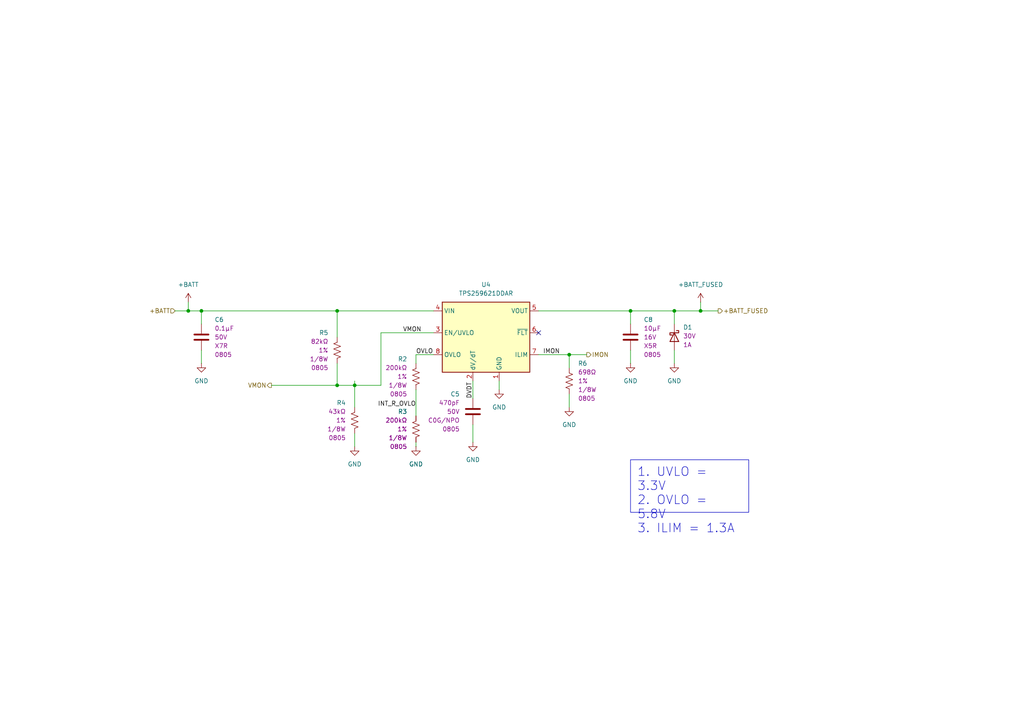
<source format=kicad_sch>
(kicad_sch (version 20231120) (generator "eeschema") (generator_version "8.0")
  (paper "A4")
  (lib_symbols
    (symbol "Capacitors_MLCC:CC0805JRNPO9BN471" (pin_numbers hide) (pin_names (offset 0.254) hide)
      (property "Reference" "C" (at 4.826 4.318 0))
      (property "Capacitance" "470pF" (at 4.826 2.286 0))
      (property "Rated Voltage" "50V" (at 4.826 0 0))
      (property "Temperature Coefficient" "C0G/NPO" (at 4.826 -2.032 0))
      (property "Package" "0805" (at 4.826 -4.064 0))
      (symbol "CC0805JRNPO9BN471_0_1"
        (polyline (pts (xy -2.032 -0.762) (xy 2.032 -0.762)) (stroke (width 0.508)))
        (polyline (pts (xy -2.032 0.762) (xy 2.032 0.762)) (stroke (width 0.508)))
      )
      (symbol "CC0805JRNPO9BN471_1_1"
        (pin passive line (at 0 3.81 270) (length 2.794) (name "~") (number "1"))
        (pin passive line (at 0 -3.81 90) (length 2.794) (name "~") (number "2"))
      )
    )
    (symbol "Capacitors_MLCC:CL21B104KBCNNNC" (pin_numbers hide) (pin_names (offset 0.254) hide)
      (property "Reference" "C" (at 4.826 4.318 0))
      (property "Capacitance" "0.1µF" (at 4.826 2.286 0))
      (property "Rated Voltage" "50V" (at 4.826 0 0))
      (property "Temperature Coefficient" "X7R" (at 4.826 -2.032 0))
      (property "Package" "0805" (at 4.826 -4.064 0))
      (symbol "CL21B104KBCNNNC_0_1"
        (polyline (pts (xy -2.032 -0.762) (xy 2.032 -0.762)) (stroke (width 0.508)))
        (polyline (pts (xy -2.032 0.762) (xy 2.032 0.762)) (stroke (width 0.508)))
      )
      (symbol "CL21B104KBCNNNC_1_1"
        (pin passive line (at 0 3.81 270) (length 2.794) (name "~") (number "1"))
        (pin passive line (at 0 -3.81 90) (length 2.794) (name "~") (number "2"))
      )
    )
    (symbol "Capacitors_MLCC:GRM21BR61C106KE15K" (pin_numbers hide) (pin_names (offset 0.254) hide)
      (property "Reference" "C" (at 4.826 4.318 0))
      (property "Capacitance" "10µF" (at 4.826 2.286 0))
      (property "Rated Voltage" "16V" (at 4.826 0 0))
      (property "Temperature Coefficient" "X5R" (at 4.826 -2.032 0))
      (property "Package" "0805" (at 4.826 -4.064 0))
      (symbol "GRM21BR61C106KE15K_0_1"
        (polyline (pts (xy -2.032 -0.762) (xy 2.032 -0.762)) (stroke (width 0.508)))
        (polyline (pts (xy -2.032 0.762) (xy 2.032 0.762)) (stroke (width 0.508)))
      )
      (symbol "GRM21BR61C106KE15K_1_1"
        (pin passive line (at 0 3.81 270) (length 2.794) (name "~") (number "1"))
        (pin passive line (at 0 -3.81 90) (length 2.794) (name "~") (number "2"))
      )
    )
    (symbol "Diode:MSS1P3L-M3/89A" (pin_numbers hide) (pin_names (offset 1.016) hide)
      (property "Reference" "D" (at 3.048 2.794 0))
      (property "Voltage - DC Reverse (Vr) (Max) " "30V" (at 2.286 0.762 0))
      (property "Current - Average Rectified (Io) " "1A" (at 2.286 -1.524 0))
      (symbol "MSS1P3L-M3/89A_0_1"
        (polyline (pts (xy 0 -1.27) (xy 0 1.27)))
        (polyline (pts (xy 1.27 -1.27) (xy -1.27 -1.27) (xy 0 1.27) (xy 1.27 -1.27)) (stroke (width 0.254)))
        (polyline (pts (xy 0.635 1.905) (xy 1.27 1.905) (xy 1.27 1.27) (xy -1.27 1.27) (xy -1.27 0.635) (xy -0.635 0.635)) (stroke (width 0.254)))
      )
      (symbol "MSS1P3L-M3/89A_1_1"
        (pin passive line (at 0 3.81 270) (length 2.54) (name "K") (number "1"))
        (pin passive line (at 0 -3.81 90) (length 2.54) (name "A") (number "2"))
      )
    )
    (symbol "Power_Management:TPS259621DDAR"
      (property "Reference" "U" (at -11.43 6.35 0))
      (property "Value" "TPS259621DDAR" (at -21.082 -14.224 0))
      (symbol "TPS259621DDAR_0_1"
        (rectangle (start -12.7 5.08) (end 12.7 -15.24) (stroke (width 0.254)) (fill (type background)))
      )
      (symbol "TPS259621DDAR_1_1"
        (pin power_in line (at 3.81 -17.78 90) (length 2.54) (name "GND") (number "1"))
        (pin output line (at -3.81 -17.78 90) (length 2.54) (name "dV/dT") (number "2"))
        (pin input line (at -15.24 -3.81 0) (length 2.54) (name "EN/UVLO") (number "3"))
        (pin power_in line (at -15.24 2.54 0) (length 2.54) (name "VIN") (number "4"))
        (pin power_out line (at 15.24 2.54 180) (length 2.54) (name "VOUT") (number "5"))
        (pin output line (at 15.24 -3.81 180) (length 2.54) (name "~{FLT}") (number "6"))
        (pin output line (at 15.24 -10.16 180) (length 2.54) (name "ILIM") (number "7"))
        (pin input line (at -15.24 -10.16 0) (length 2.54) (name "OVLO") (number "8"))
        (pin power_in line (at 3.81 -17.78 90) (length 2.54) hide (name "GND") (number "9"))
      )
    )
    (symbol "Resistors:RC0805FR-07200KL" (pin_numbers hide) (pin_names (offset 1.016) hide)
      (property "Reference" "R" (at 2.54 3.556 0))
      (property "Resistance" "200kΩ" (at 2.54 2.032 0))
      (property "Tolerance" "1%" (at 2.54 0 0))
      (property "Power" "1/8W" (at 2.54 -2.032 0))
      (property "Package" "0805" (at 2.54 -4.064 0))
      (symbol "RC0805FR-07200KL_0_1"
        (polyline (pts (xy 0 -2.286) (xy 0 -2.54)))
        (polyline (pts (xy 0 2.286) (xy 0 2.54)))
        (polyline (pts (xy 0 -0.762) (xy 1.016 -1.143) (xy 0 -1.524) (xy -1.016 -1.905) (xy 0 -2.286)))
        (polyline (pts (xy 0 0.762) (xy 1.016 0.381) (xy 0 0) (xy -1.016 -0.381) (xy 0 -0.762)))
        (polyline (pts (xy 0 2.286) (xy 1.016 1.905) (xy 0 1.524) (xy -1.016 1.143) (xy 0 0.762)))
      )
      (symbol "RC0805FR-07200KL_1_1"
        (pin passive line (at 0 3.81 270) (length 1.27) (name "~") (number "1"))
        (pin passive line (at 0 -3.81 90) (length 1.27) (name "~") (number "2"))
      )
    )
    (symbol "Resistors:RC0805FR-0743KL" (pin_numbers hide) (pin_names (offset 1.016) hide)
      (property "Reference" "R" (at 2.54 3.556 0))
      (property "Resistance" "43kΩ" (at 2.54 2.032 0))
      (property "Tolerance" "1%" (at 2.54 0 0))
      (property "Power" "1/8W" (at 2.54 -2.032 0))
      (property "Package" "0805" (at 2.54 -4.064 0))
      (symbol "RC0805FR-0743KL_0_1"
        (polyline (pts (xy 0 -2.286) (xy 0 -2.54)))
        (polyline (pts (xy 0 2.286) (xy 0 2.54)))
        (polyline (pts (xy 0 -0.762) (xy 1.016 -1.143) (xy 0 -1.524) (xy -1.016 -1.905) (xy 0 -2.286)))
        (polyline (pts (xy 0 0.762) (xy 1.016 0.381) (xy 0 0) (xy -1.016 -0.381) (xy 0 -0.762)))
        (polyline (pts (xy 0 2.286) (xy 1.016 1.905) (xy 0 1.524) (xy -1.016 1.143) (xy 0 0.762)))
      )
      (symbol "RC0805FR-0743KL_1_1"
        (pin passive line (at 0 3.81 270) (length 1.27) (name "~") (number "1"))
        (pin passive line (at 0 -3.81 90) (length 1.27) (name "~") (number "2"))
      )
    )
    (symbol "Resistors:RC0805FR-07698RL" (pin_numbers hide) (pin_names (offset 1.016) hide)
      (property "Reference" "R" (at 2.54 3.556 0))
      (property "Resistance" "698Ω" (at 2.54 2.032 0))
      (property "Tolerance" "1%" (at 2.54 0 0))
      (property "Power" "1/8W" (at 2.54 -2.032 0))
      (property "Package" "0805" (at 2.54 -4.064 0))
      (symbol "RC0805FR-07698RL_0_1"
        (polyline (pts (xy 0 -2.286) (xy 0 -2.54)))
        (polyline (pts (xy 0 2.286) (xy 0 2.54)))
        (polyline (pts (xy 0 -0.762) (xy 1.016 -1.143) (xy 0 -1.524) (xy -1.016 -1.905) (xy 0 -2.286)))
        (polyline (pts (xy 0 0.762) (xy 1.016 0.381) (xy 0 0) (xy -1.016 -0.381) (xy 0 -0.762)))
        (polyline (pts (xy 0 2.286) (xy 1.016 1.905) (xy 0 1.524) (xy -1.016 1.143) (xy 0 0.762)))
      )
      (symbol "RC0805FR-07698RL_1_1"
        (pin passive line (at 0 3.81 270) (length 1.27) (name "~") (number "1"))
        (pin passive line (at 0 -3.81 90) (length 1.27) (name "~") (number "2"))
      )
    )
    (symbol "Resistors:RC0805FR-0782KL" (pin_numbers hide) (pin_names (offset 1.016) hide)
      (property "Reference" "R" (at 2.54 3.556 0))
      (property "Resistance" "82kΩ" (at 2.54 2.032 0))
      (property "Tolerance" "1%" (at 2.54 0 0))
      (property "Power" "1/8W" (at 2.54 -2.032 0))
      (property "Package" "0805" (at 2.54 -4.064 0))
      (symbol "RC0805FR-0782KL_0_1"
        (polyline (pts (xy 0 -2.286) (xy 0 -2.54)))
        (polyline (pts (xy 0 2.286) (xy 0 2.54)))
        (polyline (pts (xy 0 -0.762) (xy 1.016 -1.143) (xy 0 -1.524) (xy -1.016 -1.905) (xy 0 -2.286)))
        (polyline (pts (xy 0 0.762) (xy 1.016 0.381) (xy 0 0) (xy -1.016 -0.381) (xy 0 -0.762)))
        (polyline (pts (xy 0 2.286) (xy 1.016 1.905) (xy 0 1.524) (xy -1.016 1.143) (xy 0 0.762)))
      )
      (symbol "RC0805FR-0782KL_1_1"
        (pin passive line (at 0 3.81 270) (length 1.27) (name "~") (number "1"))
        (pin passive line (at 0 -3.81 90) (length 1.27) (name "~") (number "2"))
      )
    )
    (symbol "power:+BATT" (power) (pin_numbers hide) (pin_names (offset 0) hide)
      (property "Value" "+BATT" (at 0 3.556 0))
      (symbol "+BATT_0_1"
        (polyline (pts (xy -0.762 1.27) (xy 0 2.54)))
        (polyline (pts (xy 0 0) (xy 0 2.54)))
        (polyline (pts (xy 0 2.54) (xy 0.762 1.27)))
      )
      (symbol "+BATT_1_1"
        (pin power_in line (at 0 0 90) (length 0) (name "~") (number "1"))
      )
    )
    (symbol "power:+BATT_FUSED" (power) (pin_numbers hide) (pin_names (offset 0) hide)
      (property "Value" "+BATT_FUSED" (at 0 3.556 0))
      (symbol "+BATT_FUSED_0_1"
        (polyline (pts (xy -0.762 1.27) (xy 0 2.54)))
        (polyline (pts (xy 0 0) (xy 0 2.54)))
        (polyline (pts (xy 0 2.54) (xy 0.762 1.27)))
      )
      (symbol "+BATT_FUSED_1_1"
        (pin power_in line (at 0 0 90) (length 0) (name "~") (number "1"))
      )
    )
    (symbol "power:GND" (power) (pin_numbers hide) (pin_names (offset 0) hide)
      (property "Value" "GND" (at 0 -3.81 0))
      (symbol "GND_0_1"
        (polyline (pts (xy 0 0) (xy 0 -1.27) (xy 1.27 -1.27) (xy 0 -2.54) (xy -1.27 -1.27) (xy 0 -1.27)))
      )
      (symbol "GND_1_1"
        (pin power_in line (at 0 0 270) (length 0) (name "~") (number "1"))
      )
    )
  )
  (junction (at 195.58 90.17))
  (junction (at 97.79 111.76))
  (junction (at 54.61 90.17))
  (junction (at 203.2 90.17))
  (junction (at 58.42 90.17))
  (junction (at 97.79 90.17))
  (junction (at 182.88 90.17))
  (junction (at 102.87 111.76))
  (junction (at 165.1 102.87))
  (no_connect (at 156.21 96.52))
  (wire (pts (xy 195.58 90.17) (xy 195.58 93.98)))
  (wire (pts (xy 195.58 105.41) (xy 195.58 101.6)))
  (wire (pts (xy 182.88 105.41) (xy 182.88 101.6)))
  (wire (pts (xy 120.65 113.03) (xy 120.65 120.65)))
  (wire (pts (xy 203.2 90.17) (xy 208.28 90.17)))
  (wire (pts (xy 97.79 105.41) (xy 97.79 111.76)))
  (wire (pts (xy 110.49 96.52) (xy 110.49 111.76)))
  (wire (pts (xy 137.16 110.49) (xy 137.16 115.57)))
  (wire (pts (xy 125.73 96.52) (xy 110.49 96.52)))
  (wire (pts (xy 120.65 102.87) (xy 125.73 102.87)))
  (wire (pts (xy 156.21 102.87) (xy 165.1 102.87)))
  (wire (pts (xy 165.1 114.3) (xy 165.1 118.11)))
  (wire (pts (xy 97.79 90.17) (xy 97.79 97.79)))
  (wire (pts (xy 102.87 111.76) (xy 110.49 111.76)))
  (wire (pts (xy 144.78 113.03) (xy 144.78 110.49)))
  (wire (pts (xy 97.79 90.17) (xy 125.73 90.17)))
  (wire (pts (xy 58.42 105.41) (xy 58.42 101.6)))
  (wire (pts (xy 58.42 90.17) (xy 97.79 90.17)))
  (wire (pts (xy 78.74 111.76) (xy 97.79 111.76)))
  (wire (pts (xy 97.79 111.76) (xy 102.87 111.76)))
  (wire (pts (xy 50.8 90.17) (xy 54.61 90.17)))
  (wire (pts (xy 58.42 90.17) (xy 58.42 93.98)))
  (wire (pts (xy 54.61 90.17) (xy 58.42 90.17)))
  (wire (pts (xy 137.16 123.19) (xy 137.16 128.27)))
  (wire (pts (xy 102.87 110.49) (xy 102.87 111.76)))
  (wire (pts (xy 102.87 125.73) (xy 102.87 129.54)))
  (wire (pts (xy 165.1 102.87) (xy 170.18 102.87)))
  (wire (pts (xy 165.1 102.87) (xy 165.1 106.68)))
  (wire (pts (xy 203.2 87.63) (xy 203.2 90.17)))
  (wire (pts (xy 156.21 90.17) (xy 182.88 90.17)))
  (wire (pts (xy 120.65 102.87) (xy 120.65 105.41)))
  (wire (pts (xy 182.88 93.98) (xy 182.88 90.17)))
  (wire (pts (xy 182.88 90.17) (xy 195.58 90.17)))
  (wire (pts (xy 54.61 87.63) (xy 54.61 90.17)))
  (wire (pts (xy 195.58 90.17) (xy 203.2 90.17)))
  (wire (pts (xy 120.65 128.27) (xy 120.65 129.54)))
  (wire (pts (xy 102.87 111.76) (xy 102.87 118.11)))
  (text_box "1. UVLO = 3.3V\n2. OVLO = 5.8V\n3. ILIM = 1.3A" (at 182.88 133.35 0) (size 34.29 15.24) (effects (font (size 2.54 2.54)) (justify left top)))
  (label "INT_R_OVLO" (at 120.65 118.11 180))
  (label "IMON" (at 157.48 102.87 0))
  (label "DVDT" (at 137.16 115.57 90))
  (label "OVLO" (at 120.65 102.87 0))
  (label "VMON" (at 116.84 96.52 0))
  (hierarchical_label "+BATT_FUSED" (shape output) (at 208.28 90.17 0))
  (hierarchical_label "IMON" (shape output) (at 170.18 102.87 0))
  (hierarchical_label "+BATT" (shape input) (at 50.8 90.17 180))
  (hierarchical_label "VMON" (shape output) (at 78.74 111.76 180))
  (symbol (lib_id "power:GND") (at 120.65 129.54 0) (unit 1)
    (property "Reference" "#PWR015" (effects (hide yes)))
    (property "Value" "GND" (at 120.65 134.62 0))
    (property "Description" "Power symbol creates a global label with name \"GND\" , ground" (effects (hide yes)))
  )
  (symbol (lib_id "Resistors:RC0805FR-07698RL") (at 165.1 110.49 0) (unit 1)
    (property "Reference" "R6" (at 167.64 105.4099 0) (effects (justify left)))
    (property "Value" "RC0805FR-07698RL" (effects (hide yes)))
    (property "Footprint" "Resistor_SMD:R_0805_2012Metric_Pad1.20x1.40mm_HandSolder" (effects (hide yes)))
    (property "Description" "RES 698 OHM 1% 1/8W 0805" (effects (hide yes)))
    (property "MANUFACTURER" "YAGEO" (effects (hide yes)))
    (property "Resistance" "698Ω" (at 167.64 107.9499 0) (effects (justify left)))
    (property "Tolerance" "1%" (at 167.64 110.4899 0) (effects (justify left)))
    (property "Power" "1/8W" (at 167.64 113.0299 0) (effects (justify left)))
    (property "Package" "0805" (at 167.64 115.5699 0) (effects (justify left)))
  )
  (symbol (lib_id "Power_Management:TPS259621DDAR") (at 140.97 92.71 0) (unit 1)
    (property "Reference" "U4" (at 140.97 82.55 0))
    (property "Value" "TPS259621DDAR" (at 140.97 85.09 0))
    (property "Footprint" "Package_SO:SOIC-8-TPS259631DDAR" (effects (hide yes)))
    (property "Description" "IC ELECT FUSE 10.4% 8SO PWRPAD" (effects (hide yes)))
    (property "Voltage - Input " "2.7V ~ 19V  " (effects (hide yes)))
  )
  (symbol (lib_id "Resistors:RC0805FR-0782KL") (at 97.79 101.6 0) (mirror y) (unit 1)
    (property "Reference" "R5" (at 95.25 96.5199 0) (effects (justify left)))
    (property "Value" "RC0805FR-0782KL" (effects (hide yes)))
    (property "Footprint" "Resistor_SMD:R_0805_2012Metric_Pad1.20x1.40mm_HandSolder" (effects (hide yes)))
    (property "Description" "RES 82K OHM 1% 1/8W 0805" (effects (hide yes)))
    (property "MANUFACTURER" "YAGEO" (effects (hide yes)))
    (property "Resistance" "82kΩ" (at 95.25 99.0599 0) (effects (justify left)))
    (property "Tolerance" "1%" (at 95.25 101.5999 0) (effects (justify left)))
    (property "Power" "1/8W" (at 95.25 104.1399 0) (effects (justify left)))
    (property "Package" "0805" (at 95.25 106.6799 0) (effects (justify left)))
  )
  (symbol (lib_id "power:GND") (at 182.88 105.41 0) (unit 1)
    (property "Reference" "#PWR031" (effects (hide yes)))
    (property "Value" "GND" (at 182.88 110.49 0))
    (property "Description" "Power symbol creates a global label with name \"GND\" , ground" (effects (hide yes)))
  )
  (symbol (lib_id "power:+BATT") (at 54.61 87.63 0) (unit 1)
    (property "Reference" "#PWR017" (effects (hide yes)))
    (property "Value" "+BATT" (at 54.61 82.55 0))
    (property "Description" "Power symbol creates a global label with name \"+BATT\"" (effects (hide yes)))
  )
  (symbol (lib_id "power:GND") (at 102.87 129.54 0) (unit 1)
    (property "Reference" "#PWR016" (effects (hide yes)))
    (property "Value" "GND" (at 102.87 134.62 0))
    (property "Description" "Power symbol creates a global label with name \"GND\" , ground" (effects (hide yes)))
  )
  (symbol (lib_id "Resistors:RC0805FR-07200KL") (at 120.65 109.22 0) (mirror y) (unit 1)
    (property "Reference" "R2" (at 118.11 104.1399 0) (effects (justify left)))
    (property "Value" "RC0805FR-07200KL" (effects (hide yes)))
    (property "Footprint" "Resistor_SMD:R_0805_2012Metric_Pad1.20x1.40mm_HandSolder" (effects (hide yes)))
    (property "Description" "RES 200K OHM 1% 1/8W 0805" (effects (hide yes)))
    (property "MANUFACTURER" "YAGEO" (effects (hide yes)))
    (property "Resistance" "200kΩ" (at 118.11 106.6799 0) (effects (justify left)))
    (property "Tolerance" "1%" (at 118.11 109.2199 0) (effects (justify left)))
    (property "Power" "1/8W" (at 118.11 111.7599 0) (effects (justify left)))
    (property "Package" "0805" (at 118.11 114.2999 0) (effects (justify left)))
  )
  (symbol (lib_id "Diode:MSS1P3L-M3/89A") (at 195.58 97.79 0) (unit 1)
    (property "Reference" "D1" (at 198.12 94.9324 0) (effects (justify left)))
    (property "Value" "MSS1P3L-M3/89A" (effects (hide yes)))
    (property "Footprint" "Diode_SMD:D_MicroSMP_AK_MSS1P3L-M3_89A" (effects (hide yes)))
    (property "Description" "DIODE SCHOTTKY 30V 1A DO219AD" (effects (hide yes)))
    (property "Technology" "Schottky" (effects (hide yes)))
    (property "Voltage - DC Reverse (Vr) (Max) " "30V" (at 198.12 97.4724 0) (effects (justify left)))
    (property "Current - Average Rectified (Io) " "1A" (at 198.12 100.0124 0) (effects (justify left)))
  )
  (symbol (lib_id "power:GND") (at 195.58 105.41 0) (unit 1)
    (property "Reference" "#PWR032" (effects (hide yes)))
    (property "Value" "GND" (at 195.58 110.49 0))
    (property "Description" "Power symbol creates a global label with name \"GND\" , ground" (effects (hide yes)))
  )
  (symbol (lib_id "Capacitors_MLCC:CC0805JRNPO9BN471") (at 137.16 119.38 0) (mirror y) (unit 1)
    (property "Reference" "C5" (at 133.35 114.2999 0) (effects (justify left)))
    (property "Value" "CC0805JRNPO9BN471" (effects (hide yes)))
    (property "Footprint" "Capacitor_SMD:C_0805_2012Metric_Pad1.18x1.45mm_HandSolder" (effects (hide yes)))
    (property "Description" "CAP CER 470PF 50V C0G/NPO 0805" (effects (hide yes)))
    (property "Capacitance" "470pF" (at 133.35 116.8399 0) (effects (justify left)))
    (property "Rated Voltage" "50V" (at 133.35 119.3799 0) (effects (justify left)))
    (property "Temperature Coefficient" "C0G/NPO" (at 133.35 121.9199 0) (effects (justify left)))
    (property "Package" "0805" (at 133.35 124.4599 0) (effects (justify left)))
  )
  (symbol (lib_id "Resistors:RC0805FR-0743KL") (at 102.87 121.92 0) (mirror y) (unit 1)
    (property "Reference" "R4" (at 100.33 116.8399 0) (effects (justify left)))
    (property "Value" "RC0805FR-0743KL" (effects (hide yes)))
    (property "Footprint" "Resistor_SMD:R_0805_2012Metric_Pad1.20x1.40mm_HandSolder" (effects (hide yes)))
    (property "Description" "RES 43K OHM 1% 1/8W 0805" (effects (hide yes)))
    (property "MANUFACTURER" "YAGEO" (effects (hide yes)))
    (property "Resistance" "43kΩ" (at 100.33 119.3799 0) (effects (justify left)))
    (property "Tolerance" "1%" (at 100.33 121.9199 0) (effects (justify left)))
    (property "Power" "1/8W" (at 100.33 124.4599 0) (effects (justify left)))
    (property "Package" "0805" (at 100.33 126.9999 0) (effects (justify left)))
  )
  (symbol (lib_id "power:GND") (at 165.1 118.11 0) (unit 1)
    (property "Reference" "#PWR020" (effects (hide yes)))
    (property "Value" "GND" (at 165.1 123.19 0))
    (property "Description" "Power symbol creates a global label with name \"GND\" , ground" (effects (hide yes)))
  )
  (symbol (lib_id "power:GND") (at 58.42 105.41 0) (unit 1)
    (property "Reference" "#PWR021" (effects (hide yes)))
    (property "Value" "GND" (at 58.42 110.49 0))
    (property "Description" "Power symbol creates a global label with name \"GND\" , ground" (effects (hide yes)))
  )
  (symbol (lib_id "Capacitors_MLCC:CL21B104KBCNNNC") (at 58.42 97.79 0) (unit 1)
    (property "Reference" "C6" (at 62.23 92.7099 0) (effects (justify left)))
    (property "Value" "CL21B104KBCNNNC" (effects (hide yes)))
    (property "Footprint" "Capacitor_SMD:C_0805_2012Metric_Pad1.18x1.45mm_HandSolder" (effects (hide yes)))
    (property "Description" "CAP CER 0.1UF 50V X7R 0805" (effects (hide yes)))
    (property "Capacitance" "0.1µF" (at 62.23 95.2499 0) (effects (justify left)))
    (property "Rated Voltage" "50V" (at 62.23 97.7899 0) (effects (justify left)))
    (property "Temperature Coefficient" "X7R" (at 62.23 100.3299 0) (effects (justify left)))
    (property "Package" "0805" (at 62.23 102.8699 0) (effects (justify left)))
  )
  (symbol (lib_id "power:+BATT_FUSED") (at 203.2 87.63 0) (unit 1)
    (property "Reference" "#PWR022" (effects (hide yes)))
    (property "Value" "+BATT_FUSED" (at 203.2 82.55 0))
  )
  (symbol (lib_id "Capacitors_MLCC:GRM21BR61C106KE15K") (at 182.88 97.79 0) (unit 1)
    (property "Reference" "C8" (at 186.69 92.7099 0) (effects (justify left)))
    (property "Value" "GRM21BR61C106KE15K" (effects (hide yes)))
    (property "Footprint" "Capacitor_SMD:C_0805_2012Metric_Pad1.18x1.45mm_HandSolder" (effects (hide yes)))
    (property "Description" "CAP CER 10UF 16V X5R 0805" (effects (hide yes)))
    (property "Capacitance" "10µF" (at 186.69 95.2499 0) (effects (justify left)))
    (property "Rated Voltage" "16V" (at 186.69 97.7899 0) (effects (justify left)))
    (property "Temperature Coefficient" "X5R" (at 186.69 100.3299 0) (effects (justify left)))
    (property "Package" "0805" (at 186.69 102.8699 0) (effects (justify left)))
  )
  (symbol (lib_id "power:GND") (at 137.16 128.27 0) (unit 1)
    (property "Reference" "#PWR018" (effects (hide yes)))
    (property "Value" "GND" (at 137.16 133.35 0))
    (property "Description" "Power symbol creates a global label with name \"GND\" , ground" (effects (hide yes)))
  )
  (symbol (lib_id "Resistors:RC0805FR-07200KL") (at 120.65 124.46 0) (mirror y) (unit 1)
    (property "Reference" "R3" (at 118.11 119.3799 0) (effects (justify left)))
    (property "Value" "RC0805FR-07200KL" (effects (hide yes)))
    (property "Footprint" "Resistor_SMD:R_0805_2012Metric_Pad1.20x1.40mm_HandSolder" (effects (hide yes)))
    (property "Description" "RES 200K OHM 1% 1/8W 0805" (effects (hide yes)))
    (property "MANUFACTURER" "YAGEO" (effects (hide yes)))
    (property "Resistance" "200kΩ" (at 118.11 121.9199 0) (effects (justify left)))
    (property "Tolerance" "1%" (at 118.11 124.4599 0) (effects (justify left)))
    (property "Power" "1/8W" (at 118.11 126.9999 0) (effects (justify left)))
    (property "Package" "0805" (at 118.11 129.5399 0) (effects (justify left)))
  )
  (symbol (lib_id "power:GND") (at 144.78 113.03 0) (unit 1)
    (property "Reference" "#PWR019" (effects (hide yes)))
    (property "Value" "GND" (at 144.78 118.11 0))
    (property "Description" "Power symbol creates a global label with name \"GND\" , ground" (effects (hide yes)))
  )
)
</source>
